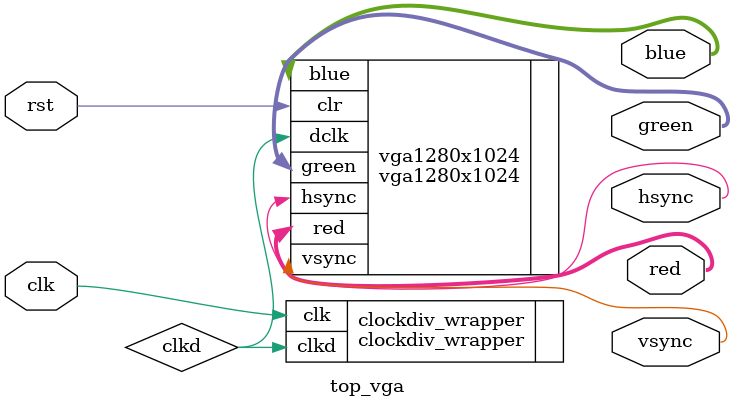
<source format=v>
module top_vga(
    input clk,
    input rst,
    output hsync,
    output vsync,
    output [3:0] red,
    output [3:0] green,
    output [3:0] blue);

wire clkd;

vga1280x1024 vga1280x1024(
	.dclk(clkd),			//pixel clock: 108MHz
	.clr(rst),			//asynchronous reset
	.hsync(hsync),		//horizontal sync out
	.vsync(vsync),		//vertical sync out
	.red(red),	//red vga output
	.green(green), //green vga output
	.blue(blue)	//blue vga output
	);

clockdiv_wrapper clockdiv_wrapper(
    .clk(clk),
    .clkd(clkd)
    );
endmodule

</source>
